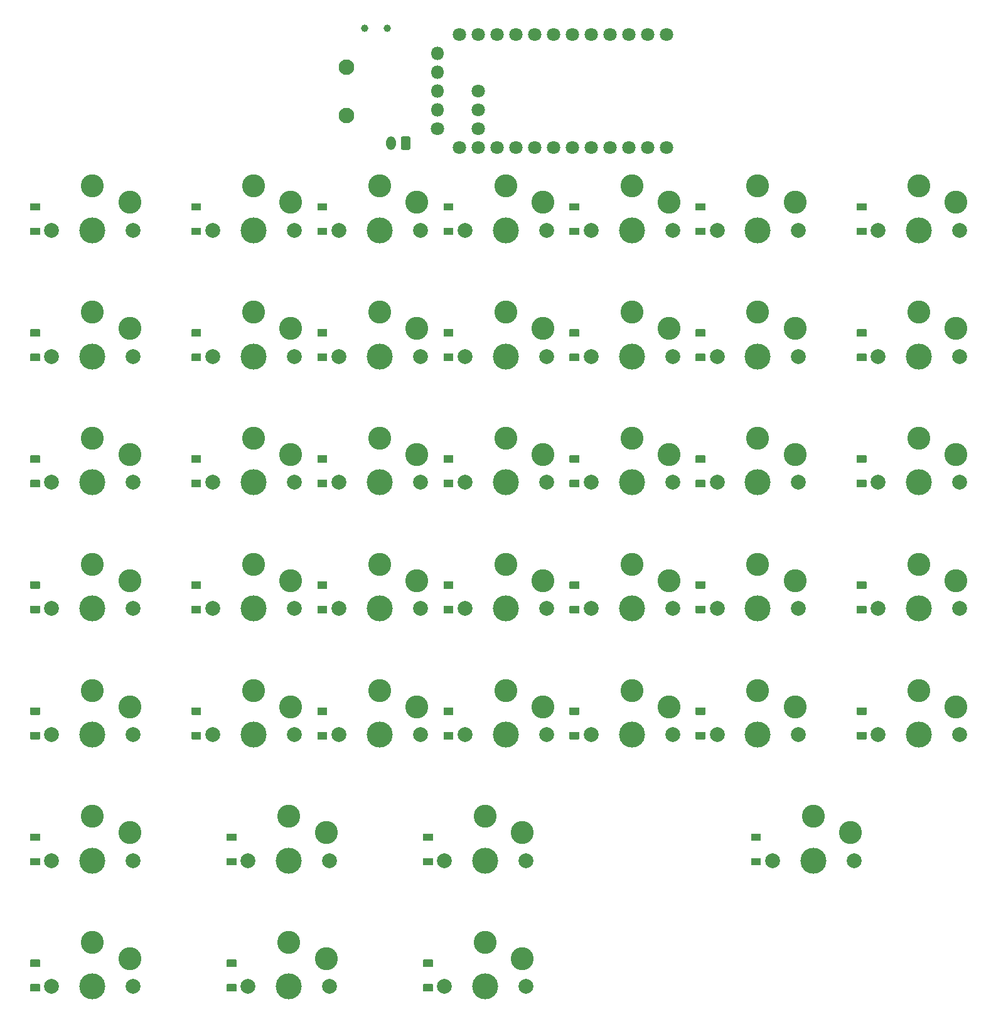
<source format=gts>
G04 #@! TF.GenerationSoftware,KiCad,Pcbnew,8.0.4+1*
G04 #@! TF.CreationDate,2024-10-01T15:26:06+00:00*
G04 #@! TF.ProjectId,left,6c656674-2e6b-4696-9361-645f70636258,v0.2*
G04 #@! TF.SameCoordinates,Original*
G04 #@! TF.FileFunction,Soldermask,Top*
G04 #@! TF.FilePolarity,Negative*
%FSLAX46Y46*%
G04 Gerber Fmt 4.6, Leading zero omitted, Abs format (unit mm)*
G04 Created by KiCad (PCBNEW 8.0.4+1) date 2024-10-01 15:26:06*
%MOMM*%
%LPD*%
G01*
G04 APERTURE LIST*
%ADD10C,1.800000*%
%ADD11O,1.800000X1.800000*%
%ADD12O,1.300000X1.850000*%
%ADD13C,2.000000*%
%ADD14C,3.100000*%
%ADD15C,3.500000*%
%ADD16C,2.100000*%
%ADD17C,1.000000*%
G04 APERTURE END LIST*
G36*
G01*
X99400000Y-62350000D02*
X100600000Y-62350000D01*
G75*
G02*
X100650000Y-62400000I0J-50000D01*
G01*
X100650000Y-63300000D01*
G75*
G02*
X100600000Y-63350000I-50000J0D01*
G01*
X99400000Y-63350000D01*
G75*
G02*
X99350000Y-63300000I0J50000D01*
G01*
X99350000Y-62400000D01*
G75*
G02*
X99400000Y-62350000I50000J0D01*
G01*
G37*
G36*
G01*
X99400000Y-65650000D02*
X100600000Y-65650000D01*
G75*
G02*
X100650000Y-65700000I0J-50000D01*
G01*
X100650000Y-66600000D01*
G75*
G02*
X100600000Y-66650000I-50000J0D01*
G01*
X99400000Y-66650000D01*
G75*
G02*
X99350000Y-66600000I0J50000D01*
G01*
X99350000Y-65700000D01*
G75*
G02*
X99400000Y-65650000I50000J0D01*
G01*
G37*
G36*
G01*
X79650000Y-113350000D02*
X80850000Y-113350000D01*
G75*
G02*
X80900000Y-113400000I0J-50000D01*
G01*
X80900000Y-114300000D01*
G75*
G02*
X80850000Y-114350000I-50000J0D01*
G01*
X79650000Y-114350000D01*
G75*
G02*
X79600000Y-114300000I0J50000D01*
G01*
X79600000Y-113400000D01*
G75*
G02*
X79650000Y-113350000I50000J0D01*
G01*
G37*
G36*
G01*
X79650000Y-116650000D02*
X80850000Y-116650000D01*
G75*
G02*
X80900000Y-116700000I0J-50000D01*
G01*
X80900000Y-117600000D01*
G75*
G02*
X80850000Y-117650000I-50000J0D01*
G01*
X79650000Y-117650000D01*
G75*
G02*
X79600000Y-117600000I0J50000D01*
G01*
X79600000Y-116700000D01*
G75*
G02*
X79650000Y-116650000I50000J0D01*
G01*
G37*
G36*
G01*
X116400000Y-62350000D02*
X117600000Y-62350000D01*
G75*
G02*
X117650000Y-62400000I0J-50000D01*
G01*
X117650000Y-63300000D01*
G75*
G02*
X117600000Y-63350000I-50000J0D01*
G01*
X116400000Y-63350000D01*
G75*
G02*
X116350000Y-63300000I0J50000D01*
G01*
X116350000Y-62400000D01*
G75*
G02*
X116400000Y-62350000I50000J0D01*
G01*
G37*
G36*
G01*
X116400000Y-65650000D02*
X117600000Y-65650000D01*
G75*
G02*
X117650000Y-65700000I0J-50000D01*
G01*
X117650000Y-66600000D01*
G75*
G02*
X117600000Y-66650000I-50000J0D01*
G01*
X116400000Y-66650000D01*
G75*
G02*
X116350000Y-66600000I0J50000D01*
G01*
X116350000Y-65700000D01*
G75*
G02*
X116400000Y-65650000I50000J0D01*
G01*
G37*
G36*
G01*
X26650000Y-113350000D02*
X27850000Y-113350000D01*
G75*
G02*
X27900000Y-113400000I0J-50000D01*
G01*
X27900000Y-114300000D01*
G75*
G02*
X27850000Y-114350000I-50000J0D01*
G01*
X26650000Y-114350000D01*
G75*
G02*
X26600000Y-114300000I0J50000D01*
G01*
X26600000Y-113400000D01*
G75*
G02*
X26650000Y-113350000I50000J0D01*
G01*
G37*
G36*
G01*
X26650000Y-116650000D02*
X27850000Y-116650000D01*
G75*
G02*
X27900000Y-116700000I0J-50000D01*
G01*
X27900000Y-117600000D01*
G75*
G02*
X27850000Y-117650000I-50000J0D01*
G01*
X26650000Y-117650000D01*
G75*
G02*
X26600000Y-117600000I0J50000D01*
G01*
X26600000Y-116700000D01*
G75*
G02*
X26650000Y-116650000I50000J0D01*
G01*
G37*
G36*
G01*
X82400000Y-62350000D02*
X83600000Y-62350000D01*
G75*
G02*
X83650000Y-62400000I0J-50000D01*
G01*
X83650000Y-63300000D01*
G75*
G02*
X83600000Y-63350000I-50000J0D01*
G01*
X82400000Y-63350000D01*
G75*
G02*
X82350000Y-63300000I0J50000D01*
G01*
X82350000Y-62400000D01*
G75*
G02*
X82400000Y-62350000I50000J0D01*
G01*
G37*
G36*
G01*
X82400000Y-65650000D02*
X83600000Y-65650000D01*
G75*
G02*
X83650000Y-65700000I0J-50000D01*
G01*
X83650000Y-66600000D01*
G75*
G02*
X83600000Y-66650000I-50000J0D01*
G01*
X82400000Y-66650000D01*
G75*
G02*
X82350000Y-66600000I0J50000D01*
G01*
X82350000Y-65700000D01*
G75*
G02*
X82400000Y-65650000I50000J0D01*
G01*
G37*
G36*
G01*
X26650000Y-28350000D02*
X27850000Y-28350000D01*
G75*
G02*
X27900000Y-28400000I0J-50000D01*
G01*
X27900000Y-29300000D01*
G75*
G02*
X27850000Y-29350000I-50000J0D01*
G01*
X26650000Y-29350000D01*
G75*
G02*
X26600000Y-29300000I0J50000D01*
G01*
X26600000Y-28400000D01*
G75*
G02*
X26650000Y-28350000I50000J0D01*
G01*
G37*
G36*
G01*
X26650000Y-31650000D02*
X27850000Y-31650000D01*
G75*
G02*
X27900000Y-31700000I0J-50000D01*
G01*
X27900000Y-32600000D01*
G75*
G02*
X27850000Y-32650000I-50000J0D01*
G01*
X26650000Y-32650000D01*
G75*
G02*
X26600000Y-32600000I0J50000D01*
G01*
X26600000Y-31700000D01*
G75*
G02*
X26650000Y-31650000I50000J0D01*
G01*
G37*
G36*
G01*
X48400000Y-79350000D02*
X49600000Y-79350000D01*
G75*
G02*
X49650000Y-79400000I0J-50000D01*
G01*
X49650000Y-80300000D01*
G75*
G02*
X49600000Y-80350000I-50000J0D01*
G01*
X48400000Y-80350000D01*
G75*
G02*
X48350000Y-80300000I0J50000D01*
G01*
X48350000Y-79400000D01*
G75*
G02*
X48400000Y-79350000I50000J0D01*
G01*
G37*
G36*
G01*
X48400000Y-82650000D02*
X49600000Y-82650000D01*
G75*
G02*
X49650000Y-82700000I0J-50000D01*
G01*
X49650000Y-83600000D01*
G75*
G02*
X49600000Y-83650000I-50000J0D01*
G01*
X48400000Y-83650000D01*
G75*
G02*
X48350000Y-83600000I0J50000D01*
G01*
X48350000Y-82700000D01*
G75*
G02*
X48400000Y-82650000I50000J0D01*
G01*
G37*
G36*
G01*
X116400000Y-96350000D02*
X117600000Y-96350000D01*
G75*
G02*
X117650000Y-96400000I0J-50000D01*
G01*
X117650000Y-97300000D01*
G75*
G02*
X117600000Y-97350000I-50000J0D01*
G01*
X116400000Y-97350000D01*
G75*
G02*
X116350000Y-97300000I0J50000D01*
G01*
X116350000Y-96400000D01*
G75*
G02*
X116400000Y-96350000I50000J0D01*
G01*
G37*
G36*
G01*
X116400000Y-99650000D02*
X117600000Y-99650000D01*
G75*
G02*
X117650000Y-99700000I0J-50000D01*
G01*
X117650000Y-100600000D01*
G75*
G02*
X117600000Y-100650000I-50000J0D01*
G01*
X116400000Y-100650000D01*
G75*
G02*
X116350000Y-100600000I0J50000D01*
G01*
X116350000Y-99700000D01*
G75*
G02*
X116400000Y-99650000I50000J0D01*
G01*
G37*
G36*
G01*
X48400000Y-28350000D02*
X49600000Y-28350000D01*
G75*
G02*
X49650000Y-28400000I0J-50000D01*
G01*
X49650000Y-29300000D01*
G75*
G02*
X49600000Y-29350000I-50000J0D01*
G01*
X48400000Y-29350000D01*
G75*
G02*
X48350000Y-29300000I0J50000D01*
G01*
X48350000Y-28400000D01*
G75*
G02*
X48400000Y-28350000I50000J0D01*
G01*
G37*
G36*
G01*
X48400000Y-31650000D02*
X49600000Y-31650000D01*
G75*
G02*
X49650000Y-31700000I0J-50000D01*
G01*
X49650000Y-32600000D01*
G75*
G02*
X49600000Y-32650000I-50000J0D01*
G01*
X48400000Y-32650000D01*
G75*
G02*
X48350000Y-32600000I0J50000D01*
G01*
X48350000Y-31700000D01*
G75*
G02*
X48400000Y-31650000I50000J0D01*
G01*
G37*
D10*
X112440000Y-20870000D03*
X109900000Y-20870000D03*
X107360000Y-20870000D03*
X104820000Y-20870000D03*
X102280000Y-20870000D03*
X99740000Y-20870000D03*
X97200000Y-20870000D03*
X94660000Y-20870000D03*
X92120000Y-20870000D03*
X89580000Y-20870000D03*
X87040000Y-20870000D03*
X84500000Y-20870000D03*
X84500000Y-5630000D03*
X87040000Y-5630000D03*
X89580000Y-5630000D03*
X92120000Y-5630000D03*
X94660000Y-5630000D03*
X97200000Y-5630000D03*
X99740000Y-5630000D03*
X102280000Y-5630000D03*
X104820000Y-5630000D03*
X107360000Y-5630000D03*
X109900000Y-5630000D03*
X112440000Y-5630000D03*
X87040000Y-18330000D03*
X87040000Y-15790000D03*
X87040000Y-13250000D03*
G36*
G01*
X48400000Y-45350000D02*
X49600000Y-45350000D01*
G75*
G02*
X49650000Y-45400000I0J-50000D01*
G01*
X49650000Y-46300000D01*
G75*
G02*
X49600000Y-46350000I-50000J0D01*
G01*
X48400000Y-46350000D01*
G75*
G02*
X48350000Y-46300000I0J50000D01*
G01*
X48350000Y-45400000D01*
G75*
G02*
X48400000Y-45350000I50000J0D01*
G01*
G37*
G36*
G01*
X48400000Y-48650000D02*
X49600000Y-48650000D01*
G75*
G02*
X49650000Y-48700000I0J-50000D01*
G01*
X49650000Y-49600000D01*
G75*
G02*
X49600000Y-49650000I-50000J0D01*
G01*
X48400000Y-49650000D01*
G75*
G02*
X48350000Y-49600000I0J50000D01*
G01*
X48350000Y-48700000D01*
G75*
G02*
X48400000Y-48650000I50000J0D01*
G01*
G37*
G36*
G01*
X123900000Y-113350000D02*
X125100000Y-113350000D01*
G75*
G02*
X125150000Y-113400000I0J-50000D01*
G01*
X125150000Y-114300000D01*
G75*
G02*
X125100000Y-114350000I-50000J0D01*
G01*
X123900000Y-114350000D01*
G75*
G02*
X123850000Y-114300000I0J50000D01*
G01*
X123850000Y-113400000D01*
G75*
G02*
X123900000Y-113350000I50000J0D01*
G01*
G37*
G36*
G01*
X123900000Y-116650000D02*
X125100000Y-116650000D01*
G75*
G02*
X125150000Y-116700000I0J-50000D01*
G01*
X125150000Y-117600000D01*
G75*
G02*
X125100000Y-117650000I-50000J0D01*
G01*
X123900000Y-117650000D01*
G75*
G02*
X123850000Y-117600000I0J50000D01*
G01*
X123850000Y-116700000D01*
G75*
G02*
X123900000Y-116650000I50000J0D01*
G01*
G37*
G36*
G01*
X48400000Y-96350000D02*
X49600000Y-96350000D01*
G75*
G02*
X49650000Y-96400000I0J-50000D01*
G01*
X49650000Y-97300000D01*
G75*
G02*
X49600000Y-97350000I-50000J0D01*
G01*
X48400000Y-97350000D01*
G75*
G02*
X48350000Y-97300000I0J50000D01*
G01*
X48350000Y-96400000D01*
G75*
G02*
X48400000Y-96350000I50000J0D01*
G01*
G37*
G36*
G01*
X48400000Y-99650000D02*
X49600000Y-99650000D01*
G75*
G02*
X49650000Y-99700000I0J-50000D01*
G01*
X49650000Y-100600000D01*
G75*
G02*
X49600000Y-100650000I-50000J0D01*
G01*
X48400000Y-100650000D01*
G75*
G02*
X48350000Y-100600000I0J50000D01*
G01*
X48350000Y-99700000D01*
G75*
G02*
X48400000Y-99650000I50000J0D01*
G01*
G37*
G36*
G01*
X26650000Y-130350000D02*
X27850000Y-130350000D01*
G75*
G02*
X27900000Y-130400000I0J-50000D01*
G01*
X27900000Y-131300000D01*
G75*
G02*
X27850000Y-131350000I-50000J0D01*
G01*
X26650000Y-131350000D01*
G75*
G02*
X26600000Y-131300000I0J50000D01*
G01*
X26600000Y-130400000D01*
G75*
G02*
X26650000Y-130350000I50000J0D01*
G01*
G37*
G36*
G01*
X26650000Y-133650000D02*
X27850000Y-133650000D01*
G75*
G02*
X27900000Y-133700000I0J-50000D01*
G01*
X27900000Y-134600000D01*
G75*
G02*
X27850000Y-134650000I-50000J0D01*
G01*
X26650000Y-134650000D01*
G75*
G02*
X26600000Y-134600000I0J50000D01*
G01*
X26600000Y-133700000D01*
G75*
G02*
X26650000Y-133650000I50000J0D01*
G01*
G37*
G36*
G01*
X99400000Y-45350000D02*
X100600000Y-45350000D01*
G75*
G02*
X100650000Y-45400000I0J-50000D01*
G01*
X100650000Y-46300000D01*
G75*
G02*
X100600000Y-46350000I-50000J0D01*
G01*
X99400000Y-46350000D01*
G75*
G02*
X99350000Y-46300000I0J50000D01*
G01*
X99350000Y-45400000D01*
G75*
G02*
X99400000Y-45350000I50000J0D01*
G01*
G37*
G36*
G01*
X99400000Y-48650000D02*
X100600000Y-48650000D01*
G75*
G02*
X100650000Y-48700000I0J-50000D01*
G01*
X100650000Y-49600000D01*
G75*
G02*
X100600000Y-49650000I-50000J0D01*
G01*
X99400000Y-49650000D01*
G75*
G02*
X99350000Y-49600000I0J50000D01*
G01*
X99350000Y-48700000D01*
G75*
G02*
X99400000Y-48650000I50000J0D01*
G01*
G37*
G36*
G01*
X82400000Y-28350000D02*
X83600000Y-28350000D01*
G75*
G02*
X83650000Y-28400000I0J-50000D01*
G01*
X83650000Y-29300000D01*
G75*
G02*
X83600000Y-29350000I-50000J0D01*
G01*
X82400000Y-29350000D01*
G75*
G02*
X82350000Y-29300000I0J50000D01*
G01*
X82350000Y-28400000D01*
G75*
G02*
X82400000Y-28350000I50000J0D01*
G01*
G37*
G36*
G01*
X82400000Y-31650000D02*
X83600000Y-31650000D01*
G75*
G02*
X83650000Y-31700000I0J-50000D01*
G01*
X83650000Y-32600000D01*
G75*
G02*
X83600000Y-32650000I-50000J0D01*
G01*
X82400000Y-32650000D01*
G75*
G02*
X82350000Y-32600000I0J50000D01*
G01*
X82350000Y-31700000D01*
G75*
G02*
X82400000Y-31650000I50000J0D01*
G01*
G37*
G36*
G01*
X138150000Y-96350000D02*
X139350000Y-96350000D01*
G75*
G02*
X139400000Y-96400000I0J-50000D01*
G01*
X139400000Y-97300000D01*
G75*
G02*
X139350000Y-97350000I-50000J0D01*
G01*
X138150000Y-97350000D01*
G75*
G02*
X138100000Y-97300000I0J50000D01*
G01*
X138100000Y-96400000D01*
G75*
G02*
X138150000Y-96350000I50000J0D01*
G01*
G37*
G36*
G01*
X138150000Y-99650000D02*
X139350000Y-99650000D01*
G75*
G02*
X139400000Y-99700000I0J-50000D01*
G01*
X139400000Y-100600000D01*
G75*
G02*
X139350000Y-100650000I-50000J0D01*
G01*
X138150000Y-100650000D01*
G75*
G02*
X138100000Y-100600000I0J50000D01*
G01*
X138100000Y-99700000D01*
G75*
G02*
X138150000Y-99650000I50000J0D01*
G01*
G37*
G36*
G01*
X99400000Y-96350000D02*
X100600000Y-96350000D01*
G75*
G02*
X100650000Y-96400000I0J-50000D01*
G01*
X100650000Y-97300000D01*
G75*
G02*
X100600000Y-97350000I-50000J0D01*
G01*
X99400000Y-97350000D01*
G75*
G02*
X99350000Y-97300000I0J50000D01*
G01*
X99350000Y-96400000D01*
G75*
G02*
X99400000Y-96350000I50000J0D01*
G01*
G37*
G36*
G01*
X99400000Y-99650000D02*
X100600000Y-99650000D01*
G75*
G02*
X100650000Y-99700000I0J-50000D01*
G01*
X100650000Y-100600000D01*
G75*
G02*
X100600000Y-100650000I-50000J0D01*
G01*
X99400000Y-100650000D01*
G75*
G02*
X99350000Y-100600000I0J50000D01*
G01*
X99350000Y-99700000D01*
G75*
G02*
X99400000Y-99650000I50000J0D01*
G01*
G37*
G36*
G01*
X48400000Y-62350000D02*
X49600000Y-62350000D01*
G75*
G02*
X49650000Y-62400000I0J-50000D01*
G01*
X49650000Y-63300000D01*
G75*
G02*
X49600000Y-63350000I-50000J0D01*
G01*
X48400000Y-63350000D01*
G75*
G02*
X48350000Y-63300000I0J50000D01*
G01*
X48350000Y-62400000D01*
G75*
G02*
X48400000Y-62350000I50000J0D01*
G01*
G37*
G36*
G01*
X48400000Y-65650000D02*
X49600000Y-65650000D01*
G75*
G02*
X49650000Y-65700000I0J-50000D01*
G01*
X49650000Y-66600000D01*
G75*
G02*
X49600000Y-66650000I-50000J0D01*
G01*
X48400000Y-66650000D01*
G75*
G02*
X48350000Y-66600000I0J50000D01*
G01*
X48350000Y-65700000D01*
G75*
G02*
X48400000Y-65650000I50000J0D01*
G01*
G37*
G36*
G01*
X82400000Y-79350000D02*
X83600000Y-79350000D01*
G75*
G02*
X83650000Y-79400000I0J-50000D01*
G01*
X83650000Y-80300000D01*
G75*
G02*
X83600000Y-80350000I-50000J0D01*
G01*
X82400000Y-80350000D01*
G75*
G02*
X82350000Y-80300000I0J50000D01*
G01*
X82350000Y-79400000D01*
G75*
G02*
X82400000Y-79350000I50000J0D01*
G01*
G37*
G36*
G01*
X82400000Y-82650000D02*
X83600000Y-82650000D01*
G75*
G02*
X83650000Y-82700000I0J-50000D01*
G01*
X83650000Y-83600000D01*
G75*
G02*
X83600000Y-83650000I-50000J0D01*
G01*
X82400000Y-83650000D01*
G75*
G02*
X82350000Y-83600000I0J50000D01*
G01*
X82350000Y-82700000D01*
G75*
G02*
X82400000Y-82650000I50000J0D01*
G01*
G37*
G36*
G01*
X82400000Y-96350000D02*
X83600000Y-96350000D01*
G75*
G02*
X83650000Y-96400000I0J-50000D01*
G01*
X83650000Y-97300000D01*
G75*
G02*
X83600000Y-97350000I-50000J0D01*
G01*
X82400000Y-97350000D01*
G75*
G02*
X82350000Y-97300000I0J50000D01*
G01*
X82350000Y-96400000D01*
G75*
G02*
X82400000Y-96350000I50000J0D01*
G01*
G37*
G36*
G01*
X82400000Y-99650000D02*
X83600000Y-99650000D01*
G75*
G02*
X83650000Y-99700000I0J-50000D01*
G01*
X83650000Y-100600000D01*
G75*
G02*
X83600000Y-100650000I-50000J0D01*
G01*
X82400000Y-100650000D01*
G75*
G02*
X82350000Y-100600000I0J50000D01*
G01*
X82350000Y-99700000D01*
G75*
G02*
X82400000Y-99650000I50000J0D01*
G01*
G37*
G36*
G01*
X116400000Y-79350000D02*
X117600000Y-79350000D01*
G75*
G02*
X117650000Y-79400000I0J-50000D01*
G01*
X117650000Y-80300000D01*
G75*
G02*
X117600000Y-80350000I-50000J0D01*
G01*
X116400000Y-80350000D01*
G75*
G02*
X116350000Y-80300000I0J50000D01*
G01*
X116350000Y-79400000D01*
G75*
G02*
X116400000Y-79350000I50000J0D01*
G01*
G37*
G36*
G01*
X116400000Y-82650000D02*
X117600000Y-82650000D01*
G75*
G02*
X117650000Y-82700000I0J-50000D01*
G01*
X117650000Y-83600000D01*
G75*
G02*
X117600000Y-83650000I-50000J0D01*
G01*
X116400000Y-83650000D01*
G75*
G02*
X116350000Y-83600000I0J50000D01*
G01*
X116350000Y-82700000D01*
G75*
G02*
X116400000Y-82650000I50000J0D01*
G01*
G37*
G36*
G01*
X26650000Y-45350000D02*
X27850000Y-45350000D01*
G75*
G02*
X27900000Y-45400000I0J-50000D01*
G01*
X27900000Y-46300000D01*
G75*
G02*
X27850000Y-46350000I-50000J0D01*
G01*
X26650000Y-46350000D01*
G75*
G02*
X26600000Y-46300000I0J50000D01*
G01*
X26600000Y-45400000D01*
G75*
G02*
X26650000Y-45350000I50000J0D01*
G01*
G37*
G36*
G01*
X26650000Y-48650000D02*
X27850000Y-48650000D01*
G75*
G02*
X27900000Y-48700000I0J-50000D01*
G01*
X27900000Y-49600000D01*
G75*
G02*
X27850000Y-49650000I-50000J0D01*
G01*
X26650000Y-49650000D01*
G75*
G02*
X26600000Y-49600000I0J50000D01*
G01*
X26600000Y-48700000D01*
G75*
G02*
X26650000Y-48650000I50000J0D01*
G01*
G37*
G36*
G01*
X53150000Y-130350000D02*
X54350000Y-130350000D01*
G75*
G02*
X54400000Y-130400000I0J-50000D01*
G01*
X54400000Y-131300000D01*
G75*
G02*
X54350000Y-131350000I-50000J0D01*
G01*
X53150000Y-131350000D01*
G75*
G02*
X53100000Y-131300000I0J50000D01*
G01*
X53100000Y-130400000D01*
G75*
G02*
X53150000Y-130350000I50000J0D01*
G01*
G37*
G36*
G01*
X53150000Y-133650000D02*
X54350000Y-133650000D01*
G75*
G02*
X54400000Y-133700000I0J-50000D01*
G01*
X54400000Y-134600000D01*
G75*
G02*
X54350000Y-134650000I-50000J0D01*
G01*
X53150000Y-134650000D01*
G75*
G02*
X53100000Y-134600000I0J50000D01*
G01*
X53100000Y-133700000D01*
G75*
G02*
X53150000Y-133650000I50000J0D01*
G01*
G37*
G36*
G01*
X65400000Y-96350000D02*
X66600000Y-96350000D01*
G75*
G02*
X66650000Y-96400000I0J-50000D01*
G01*
X66650000Y-97300000D01*
G75*
G02*
X66600000Y-97350000I-50000J0D01*
G01*
X65400000Y-97350000D01*
G75*
G02*
X65350000Y-97300000I0J50000D01*
G01*
X65350000Y-96400000D01*
G75*
G02*
X65400000Y-96350000I50000J0D01*
G01*
G37*
G36*
G01*
X65400000Y-99650000D02*
X66600000Y-99650000D01*
G75*
G02*
X66650000Y-99700000I0J-50000D01*
G01*
X66650000Y-100600000D01*
G75*
G02*
X66600000Y-100650000I-50000J0D01*
G01*
X65400000Y-100650000D01*
G75*
G02*
X65350000Y-100600000I0J50000D01*
G01*
X65350000Y-99700000D01*
G75*
G02*
X65400000Y-99650000I50000J0D01*
G01*
G37*
G36*
G01*
X26650000Y-79350000D02*
X27850000Y-79350000D01*
G75*
G02*
X27900000Y-79400000I0J-50000D01*
G01*
X27900000Y-80300000D01*
G75*
G02*
X27850000Y-80350000I-50000J0D01*
G01*
X26650000Y-80350000D01*
G75*
G02*
X26600000Y-80300000I0J50000D01*
G01*
X26600000Y-79400000D01*
G75*
G02*
X26650000Y-79350000I50000J0D01*
G01*
G37*
G36*
G01*
X26650000Y-82650000D02*
X27850000Y-82650000D01*
G75*
G02*
X27900000Y-82700000I0J-50000D01*
G01*
X27900000Y-83600000D01*
G75*
G02*
X27850000Y-83650000I-50000J0D01*
G01*
X26650000Y-83650000D01*
G75*
G02*
X26600000Y-83600000I0J50000D01*
G01*
X26600000Y-82700000D01*
G75*
G02*
X26650000Y-82650000I50000J0D01*
G01*
G37*
D11*
X81540000Y-8170000D03*
X81540000Y-10710000D03*
X81540000Y-13250000D03*
X81540000Y-15790000D03*
D10*
X81540000Y-18330000D03*
G36*
G01*
X82400000Y-45350000D02*
X83600000Y-45350000D01*
G75*
G02*
X83650000Y-45400000I0J-50000D01*
G01*
X83650000Y-46300000D01*
G75*
G02*
X83600000Y-46350000I-50000J0D01*
G01*
X82400000Y-46350000D01*
G75*
G02*
X82350000Y-46300000I0J50000D01*
G01*
X82350000Y-45400000D01*
G75*
G02*
X82400000Y-45350000I50000J0D01*
G01*
G37*
G36*
G01*
X82400000Y-48650000D02*
X83600000Y-48650000D01*
G75*
G02*
X83650000Y-48700000I0J-50000D01*
G01*
X83650000Y-49600000D01*
G75*
G02*
X83600000Y-49650000I-50000J0D01*
G01*
X82400000Y-49650000D01*
G75*
G02*
X82350000Y-49600000I0J50000D01*
G01*
X82350000Y-48700000D01*
G75*
G02*
X82400000Y-48650000I50000J0D01*
G01*
G37*
G36*
G01*
X138150000Y-45350000D02*
X139350000Y-45350000D01*
G75*
G02*
X139400000Y-45400000I0J-50000D01*
G01*
X139400000Y-46300000D01*
G75*
G02*
X139350000Y-46350000I-50000J0D01*
G01*
X138150000Y-46350000D01*
G75*
G02*
X138100000Y-46300000I0J50000D01*
G01*
X138100000Y-45400000D01*
G75*
G02*
X138150000Y-45350000I50000J0D01*
G01*
G37*
G36*
G01*
X138150000Y-48650000D02*
X139350000Y-48650000D01*
G75*
G02*
X139400000Y-48700000I0J-50000D01*
G01*
X139400000Y-49600000D01*
G75*
G02*
X139350000Y-49650000I-50000J0D01*
G01*
X138150000Y-49650000D01*
G75*
G02*
X138100000Y-49600000I0J50000D01*
G01*
X138100000Y-48700000D01*
G75*
G02*
X138150000Y-48650000I50000J0D01*
G01*
G37*
G36*
G01*
X65400000Y-62350000D02*
X66600000Y-62350000D01*
G75*
G02*
X66650000Y-62400000I0J-50000D01*
G01*
X66650000Y-63300000D01*
G75*
G02*
X66600000Y-63350000I-50000J0D01*
G01*
X65400000Y-63350000D01*
G75*
G02*
X65350000Y-63300000I0J50000D01*
G01*
X65350000Y-62400000D01*
G75*
G02*
X65400000Y-62350000I50000J0D01*
G01*
G37*
G36*
G01*
X65400000Y-65650000D02*
X66600000Y-65650000D01*
G75*
G02*
X66650000Y-65700000I0J-50000D01*
G01*
X66650000Y-66600000D01*
G75*
G02*
X66600000Y-66650000I-50000J0D01*
G01*
X65400000Y-66650000D01*
G75*
G02*
X65350000Y-66600000I0J50000D01*
G01*
X65350000Y-65700000D01*
G75*
G02*
X65400000Y-65650000I50000J0D01*
G01*
G37*
G36*
G01*
X53150000Y-113350000D02*
X54350000Y-113350000D01*
G75*
G02*
X54400000Y-113400000I0J-50000D01*
G01*
X54400000Y-114300000D01*
G75*
G02*
X54350000Y-114350000I-50000J0D01*
G01*
X53150000Y-114350000D01*
G75*
G02*
X53100000Y-114300000I0J50000D01*
G01*
X53100000Y-113400000D01*
G75*
G02*
X53150000Y-113350000I50000J0D01*
G01*
G37*
G36*
G01*
X53150000Y-116650000D02*
X54350000Y-116650000D01*
G75*
G02*
X54400000Y-116700000I0J-50000D01*
G01*
X54400000Y-117600000D01*
G75*
G02*
X54350000Y-117650000I-50000J0D01*
G01*
X53150000Y-117650000D01*
G75*
G02*
X53100000Y-117600000I0J50000D01*
G01*
X53100000Y-116700000D01*
G75*
G02*
X53150000Y-116650000I50000J0D01*
G01*
G37*
G36*
G01*
X116400000Y-45350000D02*
X117600000Y-45350000D01*
G75*
G02*
X117650000Y-45400000I0J-50000D01*
G01*
X117650000Y-46300000D01*
G75*
G02*
X117600000Y-46350000I-50000J0D01*
G01*
X116400000Y-46350000D01*
G75*
G02*
X116350000Y-46300000I0J50000D01*
G01*
X116350000Y-45400000D01*
G75*
G02*
X116400000Y-45350000I50000J0D01*
G01*
G37*
G36*
G01*
X116400000Y-48650000D02*
X117600000Y-48650000D01*
G75*
G02*
X117650000Y-48700000I0J-50000D01*
G01*
X117650000Y-49600000D01*
G75*
G02*
X117600000Y-49650000I-50000J0D01*
G01*
X116400000Y-49650000D01*
G75*
G02*
X116350000Y-49600000I0J50000D01*
G01*
X116350000Y-48700000D01*
G75*
G02*
X116400000Y-48650000I50000J0D01*
G01*
G37*
G36*
G01*
X138150000Y-28350000D02*
X139350000Y-28350000D01*
G75*
G02*
X139400000Y-28400000I0J-50000D01*
G01*
X139400000Y-29300000D01*
G75*
G02*
X139350000Y-29350000I-50000J0D01*
G01*
X138150000Y-29350000D01*
G75*
G02*
X138100000Y-29300000I0J50000D01*
G01*
X138100000Y-28400000D01*
G75*
G02*
X138150000Y-28350000I50000J0D01*
G01*
G37*
G36*
G01*
X138150000Y-31650000D02*
X139350000Y-31650000D01*
G75*
G02*
X139400000Y-31700000I0J-50000D01*
G01*
X139400000Y-32600000D01*
G75*
G02*
X139350000Y-32650000I-50000J0D01*
G01*
X138150000Y-32650000D01*
G75*
G02*
X138100000Y-32600000I0J50000D01*
G01*
X138100000Y-31700000D01*
G75*
G02*
X138150000Y-31650000I50000J0D01*
G01*
G37*
G36*
G01*
X65400000Y-79350000D02*
X66600000Y-79350000D01*
G75*
G02*
X66650000Y-79400000I0J-50000D01*
G01*
X66650000Y-80300000D01*
G75*
G02*
X66600000Y-80350000I-50000J0D01*
G01*
X65400000Y-80350000D01*
G75*
G02*
X65350000Y-80300000I0J50000D01*
G01*
X65350000Y-79400000D01*
G75*
G02*
X65400000Y-79350000I50000J0D01*
G01*
G37*
G36*
G01*
X65400000Y-82650000D02*
X66600000Y-82650000D01*
G75*
G02*
X66650000Y-82700000I0J-50000D01*
G01*
X66650000Y-83600000D01*
G75*
G02*
X66600000Y-83650000I-50000J0D01*
G01*
X65400000Y-83650000D01*
G75*
G02*
X65350000Y-83600000I0J50000D01*
G01*
X65350000Y-82700000D01*
G75*
G02*
X65400000Y-82650000I50000J0D01*
G01*
G37*
G36*
G01*
X138150000Y-62350000D02*
X139350000Y-62350000D01*
G75*
G02*
X139400000Y-62400000I0J-50000D01*
G01*
X139400000Y-63300000D01*
G75*
G02*
X139350000Y-63350000I-50000J0D01*
G01*
X138150000Y-63350000D01*
G75*
G02*
X138100000Y-63300000I0J50000D01*
G01*
X138100000Y-62400000D01*
G75*
G02*
X138150000Y-62350000I50000J0D01*
G01*
G37*
G36*
G01*
X138150000Y-65650000D02*
X139350000Y-65650000D01*
G75*
G02*
X139400000Y-65700000I0J-50000D01*
G01*
X139400000Y-66600000D01*
G75*
G02*
X139350000Y-66650000I-50000J0D01*
G01*
X138150000Y-66650000D01*
G75*
G02*
X138100000Y-66600000I0J50000D01*
G01*
X138100000Y-65700000D01*
G75*
G02*
X138150000Y-65650000I50000J0D01*
G01*
G37*
G36*
G01*
X65400000Y-45350000D02*
X66600000Y-45350000D01*
G75*
G02*
X66650000Y-45400000I0J-50000D01*
G01*
X66650000Y-46300000D01*
G75*
G02*
X66600000Y-46350000I-50000J0D01*
G01*
X65400000Y-46350000D01*
G75*
G02*
X65350000Y-46300000I0J50000D01*
G01*
X65350000Y-45400000D01*
G75*
G02*
X65400000Y-45350000I50000J0D01*
G01*
G37*
G36*
G01*
X65400000Y-48650000D02*
X66600000Y-48650000D01*
G75*
G02*
X66650000Y-48700000I0J-50000D01*
G01*
X66650000Y-49600000D01*
G75*
G02*
X66600000Y-49650000I-50000J0D01*
G01*
X65400000Y-49650000D01*
G75*
G02*
X65350000Y-49600000I0J50000D01*
G01*
X65350000Y-48700000D01*
G75*
G02*
X65400000Y-48650000I50000J0D01*
G01*
G37*
G36*
G01*
X79650000Y-130350000D02*
X80850000Y-130350000D01*
G75*
G02*
X80900000Y-130400000I0J-50000D01*
G01*
X80900000Y-131300000D01*
G75*
G02*
X80850000Y-131350000I-50000J0D01*
G01*
X79650000Y-131350000D01*
G75*
G02*
X79600000Y-131300000I0J50000D01*
G01*
X79600000Y-130400000D01*
G75*
G02*
X79650000Y-130350000I50000J0D01*
G01*
G37*
G36*
G01*
X79650000Y-133650000D02*
X80850000Y-133650000D01*
G75*
G02*
X80900000Y-133700000I0J-50000D01*
G01*
X80900000Y-134600000D01*
G75*
G02*
X80850000Y-134650000I-50000J0D01*
G01*
X79650000Y-134650000D01*
G75*
G02*
X79600000Y-134600000I0J50000D01*
G01*
X79600000Y-133700000D01*
G75*
G02*
X79650000Y-133650000I50000J0D01*
G01*
G37*
G36*
G01*
X26650000Y-62350000D02*
X27850000Y-62350000D01*
G75*
G02*
X27900000Y-62400000I0J-50000D01*
G01*
X27900000Y-63300000D01*
G75*
G02*
X27850000Y-63350000I-50000J0D01*
G01*
X26650000Y-63350000D01*
G75*
G02*
X26600000Y-63300000I0J50000D01*
G01*
X26600000Y-62400000D01*
G75*
G02*
X26650000Y-62350000I50000J0D01*
G01*
G37*
G36*
G01*
X26650000Y-65650000D02*
X27850000Y-65650000D01*
G75*
G02*
X27900000Y-65700000I0J-50000D01*
G01*
X27900000Y-66600000D01*
G75*
G02*
X27850000Y-66650000I-50000J0D01*
G01*
X26650000Y-66650000D01*
G75*
G02*
X26600000Y-66600000I0J50000D01*
G01*
X26600000Y-65700000D01*
G75*
G02*
X26650000Y-65650000I50000J0D01*
G01*
G37*
G36*
G01*
X99400000Y-79350000D02*
X100600000Y-79350000D01*
G75*
G02*
X100650000Y-79400000I0J-50000D01*
G01*
X100650000Y-80300000D01*
G75*
G02*
X100600000Y-80350000I-50000J0D01*
G01*
X99400000Y-80350000D01*
G75*
G02*
X99350000Y-80300000I0J50000D01*
G01*
X99350000Y-79400000D01*
G75*
G02*
X99400000Y-79350000I50000J0D01*
G01*
G37*
G36*
G01*
X99400000Y-82650000D02*
X100600000Y-82650000D01*
G75*
G02*
X100650000Y-82700000I0J-50000D01*
G01*
X100650000Y-83600000D01*
G75*
G02*
X100600000Y-83650000I-50000J0D01*
G01*
X99400000Y-83650000D01*
G75*
G02*
X99350000Y-83600000I0J50000D01*
G01*
X99350000Y-82700000D01*
G75*
G02*
X99400000Y-82650000I50000J0D01*
G01*
G37*
G36*
G01*
X99400000Y-28350000D02*
X100600000Y-28350000D01*
G75*
G02*
X100650000Y-28400000I0J-50000D01*
G01*
X100650000Y-29300000D01*
G75*
G02*
X100600000Y-29350000I-50000J0D01*
G01*
X99400000Y-29350000D01*
G75*
G02*
X99350000Y-29300000I0J50000D01*
G01*
X99350000Y-28400000D01*
G75*
G02*
X99400000Y-28350000I50000J0D01*
G01*
G37*
G36*
G01*
X99400000Y-31650000D02*
X100600000Y-31650000D01*
G75*
G02*
X100650000Y-31700000I0J-50000D01*
G01*
X100650000Y-32600000D01*
G75*
G02*
X100600000Y-32650000I-50000J0D01*
G01*
X99400000Y-32650000D01*
G75*
G02*
X99350000Y-32600000I0J50000D01*
G01*
X99350000Y-31700000D01*
G75*
G02*
X99400000Y-31650000I50000J0D01*
G01*
G37*
G36*
G01*
X26650000Y-96350000D02*
X27850000Y-96350000D01*
G75*
G02*
X27900000Y-96400000I0J-50000D01*
G01*
X27900000Y-97300000D01*
G75*
G02*
X27850000Y-97350000I-50000J0D01*
G01*
X26650000Y-97350000D01*
G75*
G02*
X26600000Y-97300000I0J50000D01*
G01*
X26600000Y-96400000D01*
G75*
G02*
X26650000Y-96350000I50000J0D01*
G01*
G37*
G36*
G01*
X26650000Y-99650000D02*
X27850000Y-99650000D01*
G75*
G02*
X27900000Y-99700000I0J-50000D01*
G01*
X27900000Y-100600000D01*
G75*
G02*
X27850000Y-100650000I-50000J0D01*
G01*
X26650000Y-100650000D01*
G75*
G02*
X26600000Y-100600000I0J50000D01*
G01*
X26600000Y-99700000D01*
G75*
G02*
X26650000Y-99650000I50000J0D01*
G01*
G37*
G36*
G01*
X77880000Y-19585000D02*
X77880000Y-20915000D01*
G75*
G02*
X77620000Y-21175000I-260000J0D01*
G01*
X76840000Y-21175000D01*
G75*
G02*
X76580000Y-20915000I0J260000D01*
G01*
X76580000Y-19585000D01*
G75*
G02*
X76840000Y-19325000I260000J0D01*
G01*
X77620000Y-19325000D01*
G75*
G02*
X77880000Y-19585000I0J-260000D01*
G01*
G37*
D12*
X75230000Y-20250000D03*
G36*
G01*
X65400000Y-28350000D02*
X66600000Y-28350000D01*
G75*
G02*
X66650000Y-28400000I0J-50000D01*
G01*
X66650000Y-29300000D01*
G75*
G02*
X66600000Y-29350000I-50000J0D01*
G01*
X65400000Y-29350000D01*
G75*
G02*
X65350000Y-29300000I0J50000D01*
G01*
X65350000Y-28400000D01*
G75*
G02*
X65400000Y-28350000I50000J0D01*
G01*
G37*
G36*
G01*
X65400000Y-31650000D02*
X66600000Y-31650000D01*
G75*
G02*
X66650000Y-31700000I0J-50000D01*
G01*
X66650000Y-32600000D01*
G75*
G02*
X66600000Y-32650000I-50000J0D01*
G01*
X65400000Y-32650000D01*
G75*
G02*
X65350000Y-32600000I0J50000D01*
G01*
X65350000Y-31700000D01*
G75*
G02*
X65400000Y-31650000I50000J0D01*
G01*
G37*
G36*
G01*
X138150000Y-79350000D02*
X139350000Y-79350000D01*
G75*
G02*
X139400000Y-79400000I0J-50000D01*
G01*
X139400000Y-80300000D01*
G75*
G02*
X139350000Y-80350000I-50000J0D01*
G01*
X138150000Y-80350000D01*
G75*
G02*
X138100000Y-80300000I0J50000D01*
G01*
X138100000Y-79400000D01*
G75*
G02*
X138150000Y-79350000I50000J0D01*
G01*
G37*
G36*
G01*
X138150000Y-82650000D02*
X139350000Y-82650000D01*
G75*
G02*
X139400000Y-82700000I0J-50000D01*
G01*
X139400000Y-83600000D01*
G75*
G02*
X139350000Y-83650000I-50000J0D01*
G01*
X138150000Y-83650000D01*
G75*
G02*
X138100000Y-83600000I0J50000D01*
G01*
X138100000Y-82700000D01*
G75*
G02*
X138150000Y-82650000I50000J0D01*
G01*
G37*
G36*
G01*
X116400000Y-28350000D02*
X117600000Y-28350000D01*
G75*
G02*
X117650000Y-28400000I0J-50000D01*
G01*
X117650000Y-29300000D01*
G75*
G02*
X117600000Y-29350000I-50000J0D01*
G01*
X116400000Y-29350000D01*
G75*
G02*
X116350000Y-29300000I0J50000D01*
G01*
X116350000Y-28400000D01*
G75*
G02*
X116400000Y-28350000I50000J0D01*
G01*
G37*
G36*
G01*
X116400000Y-31650000D02*
X117600000Y-31650000D01*
G75*
G02*
X117650000Y-31700000I0J-50000D01*
G01*
X117650000Y-32600000D01*
G75*
G02*
X117600000Y-32650000I-50000J0D01*
G01*
X116400000Y-32650000D01*
G75*
G02*
X116350000Y-32600000I0J50000D01*
G01*
X116350000Y-31700000D01*
G75*
G02*
X116400000Y-31650000I50000J0D01*
G01*
G37*
D13*
X68250000Y-100000000D03*
D14*
X73750000Y-94050000D03*
D15*
X73750000Y-100000000D03*
D14*
X78750000Y-96250000D03*
D13*
X79250000Y-100000000D03*
X85250000Y-83000000D03*
D14*
X90750000Y-77050000D03*
D15*
X90750000Y-83000000D03*
D14*
X95750000Y-79250000D03*
D13*
X96250000Y-83000000D03*
X29500000Y-32000000D03*
D14*
X35000000Y-26050000D03*
D15*
X35000000Y-32000000D03*
D14*
X40000000Y-28250000D03*
D13*
X40500000Y-32000000D03*
X119250000Y-66000000D03*
D14*
X124750000Y-60050000D03*
D15*
X124750000Y-66000000D03*
D14*
X129750000Y-62250000D03*
D13*
X130250000Y-66000000D03*
X56000000Y-134000000D03*
D14*
X61500000Y-128050000D03*
D15*
X61500000Y-134000000D03*
D14*
X66500000Y-130250000D03*
D13*
X67000000Y-134000000D03*
X141000000Y-66000000D03*
D14*
X146500000Y-60050000D03*
D15*
X146500000Y-66000000D03*
D14*
X151500000Y-62250000D03*
D13*
X152000000Y-66000000D03*
X29500000Y-117000000D03*
D14*
X35000000Y-111050000D03*
D15*
X35000000Y-117000000D03*
D14*
X40000000Y-113250000D03*
D13*
X40500000Y-117000000D03*
X29500000Y-134000000D03*
D14*
X35000000Y-128050000D03*
D15*
X35000000Y-134000000D03*
D14*
X40000000Y-130250000D03*
D13*
X40500000Y-134000000D03*
X51250000Y-32000000D03*
D14*
X56750000Y-26050000D03*
D15*
X56750000Y-32000000D03*
D14*
X61750000Y-28250000D03*
D13*
X62250000Y-32000000D03*
X102250000Y-83000000D03*
D14*
X107750000Y-77050000D03*
D15*
X107750000Y-83000000D03*
D14*
X112750000Y-79250000D03*
D13*
X113250000Y-83000000D03*
X68250000Y-83000000D03*
D14*
X73750000Y-77050000D03*
D15*
X73750000Y-83000000D03*
D14*
X78750000Y-79250000D03*
D13*
X79250000Y-83000000D03*
X29500000Y-83000000D03*
D14*
X35000000Y-77050000D03*
D15*
X35000000Y-83000000D03*
D14*
X40000000Y-79250000D03*
D13*
X40500000Y-83000000D03*
X102250000Y-66000000D03*
D14*
X107750000Y-60050000D03*
D15*
X107750000Y-66000000D03*
D14*
X112750000Y-62250000D03*
D13*
X113250000Y-66000000D03*
X56000000Y-117000000D03*
D14*
X61500000Y-111050000D03*
D15*
X61500000Y-117000000D03*
D14*
X66500000Y-113250000D03*
D13*
X67000000Y-117000000D03*
X102250000Y-32000000D03*
D14*
X107750000Y-26050000D03*
D15*
X107750000Y-32000000D03*
D14*
X112750000Y-28250000D03*
D13*
X113250000Y-32000000D03*
X85250000Y-100000000D03*
D14*
X90750000Y-94050000D03*
D15*
X90750000Y-100000000D03*
D14*
X95750000Y-96250000D03*
D13*
X96250000Y-100000000D03*
X141000000Y-32000000D03*
D14*
X146500000Y-26050000D03*
D15*
X146500000Y-32000000D03*
D14*
X151500000Y-28250000D03*
D13*
X152000000Y-32000000D03*
X29500000Y-49000000D03*
D14*
X35000000Y-43050000D03*
D15*
X35000000Y-49000000D03*
D14*
X40000000Y-45250000D03*
D13*
X40500000Y-49000000D03*
X85250000Y-49000000D03*
D14*
X90750000Y-43050000D03*
D15*
X90750000Y-49000000D03*
D14*
X95750000Y-45250000D03*
D13*
X96250000Y-49000000D03*
X82500000Y-117000000D03*
D14*
X88000000Y-111050000D03*
D15*
X88000000Y-117000000D03*
D14*
X93000000Y-113250000D03*
D13*
X93500000Y-117000000D03*
X126750000Y-117000000D03*
D14*
X132250000Y-111050000D03*
D15*
X132250000Y-117000000D03*
D14*
X137250000Y-113250000D03*
D13*
X137750000Y-117000000D03*
D16*
X69230000Y-10000000D03*
X69230000Y-16500000D03*
D13*
X68250000Y-32000000D03*
D14*
X73750000Y-26050000D03*
D15*
X73750000Y-32000000D03*
D14*
X78750000Y-28250000D03*
D13*
X79250000Y-32000000D03*
X51250000Y-49000000D03*
D14*
X56750000Y-43050000D03*
D15*
X56750000Y-49000000D03*
D14*
X61750000Y-45250000D03*
D13*
X62250000Y-49000000D03*
X68250000Y-49000000D03*
D14*
X73750000Y-43050000D03*
D15*
X73750000Y-49000000D03*
D14*
X78750000Y-45250000D03*
D13*
X79250000Y-49000000D03*
X29500000Y-100000000D03*
D14*
X35000000Y-94050000D03*
D15*
X35000000Y-100000000D03*
D14*
X40000000Y-96250000D03*
D13*
X40500000Y-100000000D03*
X51250000Y-100000000D03*
D14*
X56750000Y-94050000D03*
D15*
X56750000Y-100000000D03*
D14*
X61750000Y-96250000D03*
D13*
X62250000Y-100000000D03*
X102250000Y-100000000D03*
D14*
X107750000Y-94050000D03*
D15*
X107750000Y-100000000D03*
D14*
X112750000Y-96250000D03*
D13*
X113250000Y-100000000D03*
X141000000Y-100000000D03*
D14*
X146500000Y-94050000D03*
D15*
X146500000Y-100000000D03*
D14*
X151500000Y-96250000D03*
D13*
X152000000Y-100000000D03*
X102250000Y-49000000D03*
D14*
X107750000Y-43050000D03*
D15*
X107750000Y-49000000D03*
D14*
X112750000Y-45250000D03*
D13*
X113250000Y-49000000D03*
X141000000Y-49000000D03*
D14*
X146500000Y-43050000D03*
D15*
X146500000Y-49000000D03*
D14*
X151500000Y-45250000D03*
D13*
X152000000Y-49000000D03*
X51250000Y-66000000D03*
D14*
X56750000Y-60050000D03*
D15*
X56750000Y-66000000D03*
D14*
X61750000Y-62250000D03*
D13*
X62250000Y-66000000D03*
X85250000Y-66000000D03*
D14*
X90750000Y-60050000D03*
D15*
X90750000Y-66000000D03*
D14*
X95750000Y-62250000D03*
D13*
X96250000Y-66000000D03*
X82500000Y-134000000D03*
D14*
X88000000Y-128050000D03*
D15*
X88000000Y-134000000D03*
D14*
X93000000Y-130250000D03*
D13*
X93500000Y-134000000D03*
X119250000Y-100000000D03*
D14*
X124750000Y-94050000D03*
D15*
X124750000Y-100000000D03*
D14*
X129750000Y-96250000D03*
D13*
X130250000Y-100000000D03*
X51250000Y-83000000D03*
D14*
X56750000Y-77050000D03*
D15*
X56750000Y-83000000D03*
D14*
X61750000Y-79250000D03*
D13*
X62250000Y-83000000D03*
X141000000Y-83000000D03*
D14*
X146500000Y-77050000D03*
D15*
X146500000Y-83000000D03*
D14*
X151500000Y-79250000D03*
D13*
X152000000Y-83000000D03*
X68250000Y-66000000D03*
D14*
X73750000Y-60050000D03*
D15*
X73750000Y-66000000D03*
D14*
X78750000Y-62250000D03*
D13*
X79250000Y-66000000D03*
X119250000Y-83000000D03*
D14*
X124750000Y-77050000D03*
D15*
X124750000Y-83000000D03*
D14*
X129750000Y-79250000D03*
D13*
X130250000Y-83000000D03*
X119250000Y-32000000D03*
D14*
X124750000Y-26050000D03*
D15*
X124750000Y-32000000D03*
D14*
X129750000Y-28250000D03*
D13*
X130250000Y-32000000D03*
X119250000Y-49000000D03*
D14*
X124750000Y-43050000D03*
D15*
X124750000Y-49000000D03*
D14*
X129750000Y-45250000D03*
D13*
X130250000Y-49000000D03*
D17*
X71730000Y-4725000D03*
X74730000Y-4725000D03*
D13*
X85250000Y-32000000D03*
D14*
X90750000Y-26050000D03*
D15*
X90750000Y-32000000D03*
D14*
X95750000Y-28250000D03*
D13*
X96250000Y-32000000D03*
X29500000Y-66000000D03*
D14*
X35000000Y-60050000D03*
D15*
X35000000Y-66000000D03*
D14*
X40000000Y-62250000D03*
D13*
X40500000Y-66000000D03*
M02*

</source>
